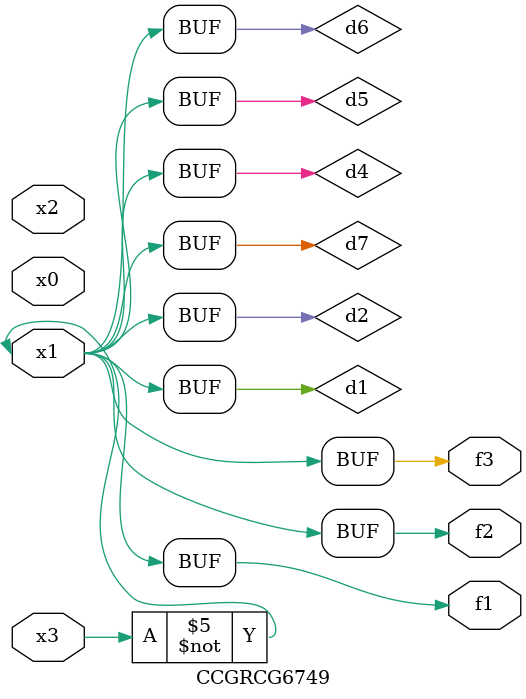
<source format=v>
module CCGRCG6749(
	input x0, x1, x2, x3,
	output f1, f2, f3
);

	wire d1, d2, d3, d4, d5, d6, d7;

	not (d1, x3);
	buf (d2, x1);
	xnor (d3, d1, d2);
	nor (d4, d1);
	buf (d5, d1, d2);
	buf (d6, d4, d5);
	nand (d7, d4);
	assign f1 = d6;
	assign f2 = d7;
	assign f3 = d6;
endmodule

</source>
